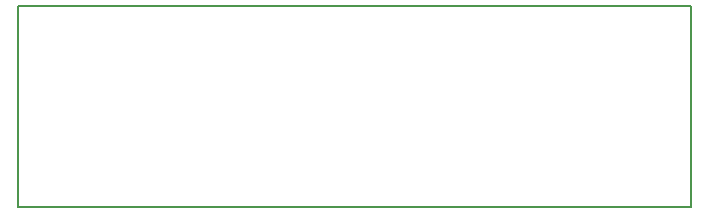
<source format=gbr>
G04 #@! TF.FileFunction,Other,User*
%FSLAX46Y46*%
G04 Gerber Fmt 4.6, Leading zero omitted, Abs format (unit mm)*
G04 Created by KiCad (PCBNEW 4.0.5) date 05/07/17 17:09:00*
%MOMM*%
%LPD*%
G01*
G04 APERTURE LIST*
%ADD10C,0.100000*%
%ADD11C,0.200000*%
G04 APERTURE END LIST*
D10*
D11*
X56800000Y16800000D02*
X-200000Y16800000D01*
X56800000Y-200000D02*
X56800000Y16800000D01*
X-200000Y-200000D02*
X56800000Y-200000D01*
X-200000Y16800000D02*
X-200000Y-200000D01*
M02*

</source>
